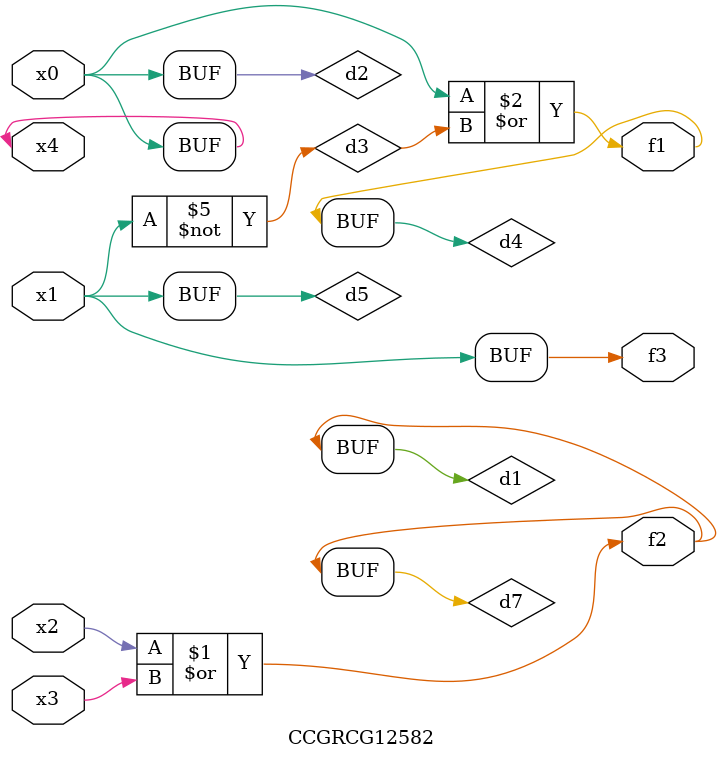
<source format=v>
module CCGRCG12582(
	input x0, x1, x2, x3, x4,
	output f1, f2, f3
);

	wire d1, d2, d3, d4, d5, d6, d7;

	or (d1, x2, x3);
	buf (d2, x0, x4);
	not (d3, x1);
	or (d4, d2, d3);
	not (d5, d3);
	nand (d6, d1, d3);
	or (d7, d1);
	assign f1 = d4;
	assign f2 = d7;
	assign f3 = d5;
endmodule

</source>
